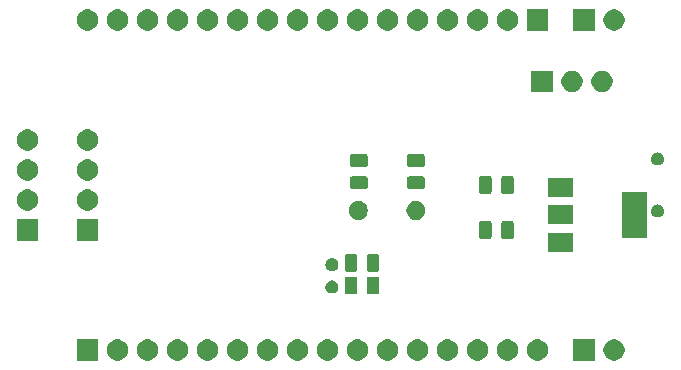
<source format=gbr>
G04 #@! TF.GenerationSoftware,KiCad,Pcbnew,5.1.5-52549c5~86~ubuntu18.04.1*
G04 #@! TF.CreationDate,2020-05-10T10:22:58+08:00*
G04 #@! TF.ProjectId,xzkb,787a6b62-2e6b-4696-9361-645f70636258,rev?*
G04 #@! TF.SameCoordinates,Original*
G04 #@! TF.FileFunction,Soldermask,Bot*
G04 #@! TF.FilePolarity,Negative*
%FSLAX46Y46*%
G04 Gerber Fmt 4.6, Leading zero omitted, Abs format (unit mm)*
G04 Created by KiCad (PCBNEW 5.1.5-52549c5~86~ubuntu18.04.1) date 2020-05-10 10:22:58*
%MOMM*%
%LPD*%
G04 APERTURE LIST*
%ADD10C,0.100000*%
G04 APERTURE END LIST*
D10*
G36*
X90410512Y-143883927D02*
G01*
X90559812Y-143913624D01*
X90723784Y-143981544D01*
X90871354Y-144080147D01*
X90996853Y-144205646D01*
X91095456Y-144353216D01*
X91163376Y-144517188D01*
X91198000Y-144691259D01*
X91198000Y-144868741D01*
X91163376Y-145042812D01*
X91095456Y-145206784D01*
X90996853Y-145354354D01*
X90871354Y-145479853D01*
X90723784Y-145578456D01*
X90559812Y-145646376D01*
X90410512Y-145676073D01*
X90385742Y-145681000D01*
X90208258Y-145681000D01*
X90183488Y-145676073D01*
X90034188Y-145646376D01*
X89870216Y-145578456D01*
X89722646Y-145479853D01*
X89597147Y-145354354D01*
X89498544Y-145206784D01*
X89430624Y-145042812D01*
X89396000Y-144868741D01*
X89396000Y-144691259D01*
X89430624Y-144517188D01*
X89498544Y-144353216D01*
X89597147Y-144205646D01*
X89722646Y-144080147D01*
X89870216Y-143981544D01*
X90034188Y-143913624D01*
X90183488Y-143883927D01*
X90208258Y-143879000D01*
X90385742Y-143879000D01*
X90410512Y-143883927D01*
G37*
G36*
X68693512Y-143883927D02*
G01*
X68842812Y-143913624D01*
X69006784Y-143981544D01*
X69154354Y-144080147D01*
X69279853Y-144205646D01*
X69378456Y-144353216D01*
X69446376Y-144517188D01*
X69481000Y-144691259D01*
X69481000Y-144868741D01*
X69446376Y-145042812D01*
X69378456Y-145206784D01*
X69279853Y-145354354D01*
X69154354Y-145479853D01*
X69006784Y-145578456D01*
X68842812Y-145646376D01*
X68693512Y-145676073D01*
X68668742Y-145681000D01*
X68491258Y-145681000D01*
X68466488Y-145676073D01*
X68317188Y-145646376D01*
X68153216Y-145578456D01*
X68005646Y-145479853D01*
X67880147Y-145354354D01*
X67781544Y-145206784D01*
X67713624Y-145042812D01*
X67679000Y-144868741D01*
X67679000Y-144691259D01*
X67713624Y-144517188D01*
X67781544Y-144353216D01*
X67880147Y-144205646D01*
X68005646Y-144080147D01*
X68153216Y-143981544D01*
X68317188Y-143913624D01*
X68466488Y-143883927D01*
X68491258Y-143879000D01*
X68668742Y-143879000D01*
X68693512Y-143883927D01*
G37*
G36*
X83933512Y-143883927D02*
G01*
X84082812Y-143913624D01*
X84246784Y-143981544D01*
X84394354Y-144080147D01*
X84519853Y-144205646D01*
X84618456Y-144353216D01*
X84686376Y-144517188D01*
X84721000Y-144691259D01*
X84721000Y-144868741D01*
X84686376Y-145042812D01*
X84618456Y-145206784D01*
X84519853Y-145354354D01*
X84394354Y-145479853D01*
X84246784Y-145578456D01*
X84082812Y-145646376D01*
X83933512Y-145676073D01*
X83908742Y-145681000D01*
X83731258Y-145681000D01*
X83706488Y-145676073D01*
X83557188Y-145646376D01*
X83393216Y-145578456D01*
X83245646Y-145479853D01*
X83120147Y-145354354D01*
X83021544Y-145206784D01*
X82953624Y-145042812D01*
X82919000Y-144868741D01*
X82919000Y-144691259D01*
X82953624Y-144517188D01*
X83021544Y-144353216D01*
X83120147Y-144205646D01*
X83245646Y-144080147D01*
X83393216Y-143981544D01*
X83557188Y-143913624D01*
X83706488Y-143883927D01*
X83731258Y-143879000D01*
X83908742Y-143879000D01*
X83933512Y-143883927D01*
G37*
G36*
X81393512Y-143883927D02*
G01*
X81542812Y-143913624D01*
X81706784Y-143981544D01*
X81854354Y-144080147D01*
X81979853Y-144205646D01*
X82078456Y-144353216D01*
X82146376Y-144517188D01*
X82181000Y-144691259D01*
X82181000Y-144868741D01*
X82146376Y-145042812D01*
X82078456Y-145206784D01*
X81979853Y-145354354D01*
X81854354Y-145479853D01*
X81706784Y-145578456D01*
X81542812Y-145646376D01*
X81393512Y-145676073D01*
X81368742Y-145681000D01*
X81191258Y-145681000D01*
X81166488Y-145676073D01*
X81017188Y-145646376D01*
X80853216Y-145578456D01*
X80705646Y-145479853D01*
X80580147Y-145354354D01*
X80481544Y-145206784D01*
X80413624Y-145042812D01*
X80379000Y-144868741D01*
X80379000Y-144691259D01*
X80413624Y-144517188D01*
X80481544Y-144353216D01*
X80580147Y-144205646D01*
X80705646Y-144080147D01*
X80853216Y-143981544D01*
X81017188Y-143913624D01*
X81166488Y-143883927D01*
X81191258Y-143879000D01*
X81368742Y-143879000D01*
X81393512Y-143883927D01*
G37*
G36*
X78853512Y-143883927D02*
G01*
X79002812Y-143913624D01*
X79166784Y-143981544D01*
X79314354Y-144080147D01*
X79439853Y-144205646D01*
X79538456Y-144353216D01*
X79606376Y-144517188D01*
X79641000Y-144691259D01*
X79641000Y-144868741D01*
X79606376Y-145042812D01*
X79538456Y-145206784D01*
X79439853Y-145354354D01*
X79314354Y-145479853D01*
X79166784Y-145578456D01*
X79002812Y-145646376D01*
X78853512Y-145676073D01*
X78828742Y-145681000D01*
X78651258Y-145681000D01*
X78626488Y-145676073D01*
X78477188Y-145646376D01*
X78313216Y-145578456D01*
X78165646Y-145479853D01*
X78040147Y-145354354D01*
X77941544Y-145206784D01*
X77873624Y-145042812D01*
X77839000Y-144868741D01*
X77839000Y-144691259D01*
X77873624Y-144517188D01*
X77941544Y-144353216D01*
X78040147Y-144205646D01*
X78165646Y-144080147D01*
X78313216Y-143981544D01*
X78477188Y-143913624D01*
X78626488Y-143883927D01*
X78651258Y-143879000D01*
X78828742Y-143879000D01*
X78853512Y-143883927D01*
G37*
G36*
X76313512Y-143883927D02*
G01*
X76462812Y-143913624D01*
X76626784Y-143981544D01*
X76774354Y-144080147D01*
X76899853Y-144205646D01*
X76998456Y-144353216D01*
X77066376Y-144517188D01*
X77101000Y-144691259D01*
X77101000Y-144868741D01*
X77066376Y-145042812D01*
X76998456Y-145206784D01*
X76899853Y-145354354D01*
X76774354Y-145479853D01*
X76626784Y-145578456D01*
X76462812Y-145646376D01*
X76313512Y-145676073D01*
X76288742Y-145681000D01*
X76111258Y-145681000D01*
X76086488Y-145676073D01*
X75937188Y-145646376D01*
X75773216Y-145578456D01*
X75625646Y-145479853D01*
X75500147Y-145354354D01*
X75401544Y-145206784D01*
X75333624Y-145042812D01*
X75299000Y-144868741D01*
X75299000Y-144691259D01*
X75333624Y-144517188D01*
X75401544Y-144353216D01*
X75500147Y-144205646D01*
X75625646Y-144080147D01*
X75773216Y-143981544D01*
X75937188Y-143913624D01*
X76086488Y-143883927D01*
X76111258Y-143879000D01*
X76288742Y-143879000D01*
X76313512Y-143883927D01*
G37*
G36*
X73773512Y-143883927D02*
G01*
X73922812Y-143913624D01*
X74086784Y-143981544D01*
X74234354Y-144080147D01*
X74359853Y-144205646D01*
X74458456Y-144353216D01*
X74526376Y-144517188D01*
X74561000Y-144691259D01*
X74561000Y-144868741D01*
X74526376Y-145042812D01*
X74458456Y-145206784D01*
X74359853Y-145354354D01*
X74234354Y-145479853D01*
X74086784Y-145578456D01*
X73922812Y-145646376D01*
X73773512Y-145676073D01*
X73748742Y-145681000D01*
X73571258Y-145681000D01*
X73546488Y-145676073D01*
X73397188Y-145646376D01*
X73233216Y-145578456D01*
X73085646Y-145479853D01*
X72960147Y-145354354D01*
X72861544Y-145206784D01*
X72793624Y-145042812D01*
X72759000Y-144868741D01*
X72759000Y-144691259D01*
X72793624Y-144517188D01*
X72861544Y-144353216D01*
X72960147Y-144205646D01*
X73085646Y-144080147D01*
X73233216Y-143981544D01*
X73397188Y-143913624D01*
X73546488Y-143883927D01*
X73571258Y-143879000D01*
X73748742Y-143879000D01*
X73773512Y-143883927D01*
G37*
G36*
X71233512Y-143883927D02*
G01*
X71382812Y-143913624D01*
X71546784Y-143981544D01*
X71694354Y-144080147D01*
X71819853Y-144205646D01*
X71918456Y-144353216D01*
X71986376Y-144517188D01*
X72021000Y-144691259D01*
X72021000Y-144868741D01*
X71986376Y-145042812D01*
X71918456Y-145206784D01*
X71819853Y-145354354D01*
X71694354Y-145479853D01*
X71546784Y-145578456D01*
X71382812Y-145646376D01*
X71233512Y-145676073D01*
X71208742Y-145681000D01*
X71031258Y-145681000D01*
X71006488Y-145676073D01*
X70857188Y-145646376D01*
X70693216Y-145578456D01*
X70545646Y-145479853D01*
X70420147Y-145354354D01*
X70321544Y-145206784D01*
X70253624Y-145042812D01*
X70219000Y-144868741D01*
X70219000Y-144691259D01*
X70253624Y-144517188D01*
X70321544Y-144353216D01*
X70420147Y-144205646D01*
X70545646Y-144080147D01*
X70693216Y-143981544D01*
X70857188Y-143913624D01*
X71006488Y-143883927D01*
X71031258Y-143879000D01*
X71208742Y-143879000D01*
X71233512Y-143883927D01*
G37*
G36*
X88658000Y-145681000D02*
G01*
X86856000Y-145681000D01*
X86856000Y-143879000D01*
X88658000Y-143879000D01*
X88658000Y-145681000D01*
G37*
G36*
X63613512Y-143883927D02*
G01*
X63762812Y-143913624D01*
X63926784Y-143981544D01*
X64074354Y-144080147D01*
X64199853Y-144205646D01*
X64298456Y-144353216D01*
X64366376Y-144517188D01*
X64401000Y-144691259D01*
X64401000Y-144868741D01*
X64366376Y-145042812D01*
X64298456Y-145206784D01*
X64199853Y-145354354D01*
X64074354Y-145479853D01*
X63926784Y-145578456D01*
X63762812Y-145646376D01*
X63613512Y-145676073D01*
X63588742Y-145681000D01*
X63411258Y-145681000D01*
X63386488Y-145676073D01*
X63237188Y-145646376D01*
X63073216Y-145578456D01*
X62925646Y-145479853D01*
X62800147Y-145354354D01*
X62701544Y-145206784D01*
X62633624Y-145042812D01*
X62599000Y-144868741D01*
X62599000Y-144691259D01*
X62633624Y-144517188D01*
X62701544Y-144353216D01*
X62800147Y-144205646D01*
X62925646Y-144080147D01*
X63073216Y-143981544D01*
X63237188Y-143913624D01*
X63386488Y-143883927D01*
X63411258Y-143879000D01*
X63588742Y-143879000D01*
X63613512Y-143883927D01*
G37*
G36*
X46621000Y-145681000D02*
G01*
X44819000Y-145681000D01*
X44819000Y-143879000D01*
X46621000Y-143879000D01*
X46621000Y-145681000D01*
G37*
G36*
X48373512Y-143883927D02*
G01*
X48522812Y-143913624D01*
X48686784Y-143981544D01*
X48834354Y-144080147D01*
X48959853Y-144205646D01*
X49058456Y-144353216D01*
X49126376Y-144517188D01*
X49161000Y-144691259D01*
X49161000Y-144868741D01*
X49126376Y-145042812D01*
X49058456Y-145206784D01*
X48959853Y-145354354D01*
X48834354Y-145479853D01*
X48686784Y-145578456D01*
X48522812Y-145646376D01*
X48373512Y-145676073D01*
X48348742Y-145681000D01*
X48171258Y-145681000D01*
X48146488Y-145676073D01*
X47997188Y-145646376D01*
X47833216Y-145578456D01*
X47685646Y-145479853D01*
X47560147Y-145354354D01*
X47461544Y-145206784D01*
X47393624Y-145042812D01*
X47359000Y-144868741D01*
X47359000Y-144691259D01*
X47393624Y-144517188D01*
X47461544Y-144353216D01*
X47560147Y-144205646D01*
X47685646Y-144080147D01*
X47833216Y-143981544D01*
X47997188Y-143913624D01*
X48146488Y-143883927D01*
X48171258Y-143879000D01*
X48348742Y-143879000D01*
X48373512Y-143883927D01*
G37*
G36*
X50913512Y-143883927D02*
G01*
X51062812Y-143913624D01*
X51226784Y-143981544D01*
X51374354Y-144080147D01*
X51499853Y-144205646D01*
X51598456Y-144353216D01*
X51666376Y-144517188D01*
X51701000Y-144691259D01*
X51701000Y-144868741D01*
X51666376Y-145042812D01*
X51598456Y-145206784D01*
X51499853Y-145354354D01*
X51374354Y-145479853D01*
X51226784Y-145578456D01*
X51062812Y-145646376D01*
X50913512Y-145676073D01*
X50888742Y-145681000D01*
X50711258Y-145681000D01*
X50686488Y-145676073D01*
X50537188Y-145646376D01*
X50373216Y-145578456D01*
X50225646Y-145479853D01*
X50100147Y-145354354D01*
X50001544Y-145206784D01*
X49933624Y-145042812D01*
X49899000Y-144868741D01*
X49899000Y-144691259D01*
X49933624Y-144517188D01*
X50001544Y-144353216D01*
X50100147Y-144205646D01*
X50225646Y-144080147D01*
X50373216Y-143981544D01*
X50537188Y-143913624D01*
X50686488Y-143883927D01*
X50711258Y-143879000D01*
X50888742Y-143879000D01*
X50913512Y-143883927D01*
G37*
G36*
X53453512Y-143883927D02*
G01*
X53602812Y-143913624D01*
X53766784Y-143981544D01*
X53914354Y-144080147D01*
X54039853Y-144205646D01*
X54138456Y-144353216D01*
X54206376Y-144517188D01*
X54241000Y-144691259D01*
X54241000Y-144868741D01*
X54206376Y-145042812D01*
X54138456Y-145206784D01*
X54039853Y-145354354D01*
X53914354Y-145479853D01*
X53766784Y-145578456D01*
X53602812Y-145646376D01*
X53453512Y-145676073D01*
X53428742Y-145681000D01*
X53251258Y-145681000D01*
X53226488Y-145676073D01*
X53077188Y-145646376D01*
X52913216Y-145578456D01*
X52765646Y-145479853D01*
X52640147Y-145354354D01*
X52541544Y-145206784D01*
X52473624Y-145042812D01*
X52439000Y-144868741D01*
X52439000Y-144691259D01*
X52473624Y-144517188D01*
X52541544Y-144353216D01*
X52640147Y-144205646D01*
X52765646Y-144080147D01*
X52913216Y-143981544D01*
X53077188Y-143913624D01*
X53226488Y-143883927D01*
X53251258Y-143879000D01*
X53428742Y-143879000D01*
X53453512Y-143883927D01*
G37*
G36*
X58533512Y-143883927D02*
G01*
X58682812Y-143913624D01*
X58846784Y-143981544D01*
X58994354Y-144080147D01*
X59119853Y-144205646D01*
X59218456Y-144353216D01*
X59286376Y-144517188D01*
X59321000Y-144691259D01*
X59321000Y-144868741D01*
X59286376Y-145042812D01*
X59218456Y-145206784D01*
X59119853Y-145354354D01*
X58994354Y-145479853D01*
X58846784Y-145578456D01*
X58682812Y-145646376D01*
X58533512Y-145676073D01*
X58508742Y-145681000D01*
X58331258Y-145681000D01*
X58306488Y-145676073D01*
X58157188Y-145646376D01*
X57993216Y-145578456D01*
X57845646Y-145479853D01*
X57720147Y-145354354D01*
X57621544Y-145206784D01*
X57553624Y-145042812D01*
X57519000Y-144868741D01*
X57519000Y-144691259D01*
X57553624Y-144517188D01*
X57621544Y-144353216D01*
X57720147Y-144205646D01*
X57845646Y-144080147D01*
X57993216Y-143981544D01*
X58157188Y-143913624D01*
X58306488Y-143883927D01*
X58331258Y-143879000D01*
X58508742Y-143879000D01*
X58533512Y-143883927D01*
G37*
G36*
X66153512Y-143883927D02*
G01*
X66302812Y-143913624D01*
X66466784Y-143981544D01*
X66614354Y-144080147D01*
X66739853Y-144205646D01*
X66838456Y-144353216D01*
X66906376Y-144517188D01*
X66941000Y-144691259D01*
X66941000Y-144868741D01*
X66906376Y-145042812D01*
X66838456Y-145206784D01*
X66739853Y-145354354D01*
X66614354Y-145479853D01*
X66466784Y-145578456D01*
X66302812Y-145646376D01*
X66153512Y-145676073D01*
X66128742Y-145681000D01*
X65951258Y-145681000D01*
X65926488Y-145676073D01*
X65777188Y-145646376D01*
X65613216Y-145578456D01*
X65465646Y-145479853D01*
X65340147Y-145354354D01*
X65241544Y-145206784D01*
X65173624Y-145042812D01*
X65139000Y-144868741D01*
X65139000Y-144691259D01*
X65173624Y-144517188D01*
X65241544Y-144353216D01*
X65340147Y-144205646D01*
X65465646Y-144080147D01*
X65613216Y-143981544D01*
X65777188Y-143913624D01*
X65926488Y-143883927D01*
X65951258Y-143879000D01*
X66128742Y-143879000D01*
X66153512Y-143883927D01*
G37*
G36*
X55993512Y-143883927D02*
G01*
X56142812Y-143913624D01*
X56306784Y-143981544D01*
X56454354Y-144080147D01*
X56579853Y-144205646D01*
X56678456Y-144353216D01*
X56746376Y-144517188D01*
X56781000Y-144691259D01*
X56781000Y-144868741D01*
X56746376Y-145042812D01*
X56678456Y-145206784D01*
X56579853Y-145354354D01*
X56454354Y-145479853D01*
X56306784Y-145578456D01*
X56142812Y-145646376D01*
X55993512Y-145676073D01*
X55968742Y-145681000D01*
X55791258Y-145681000D01*
X55766488Y-145676073D01*
X55617188Y-145646376D01*
X55453216Y-145578456D01*
X55305646Y-145479853D01*
X55180147Y-145354354D01*
X55081544Y-145206784D01*
X55013624Y-145042812D01*
X54979000Y-144868741D01*
X54979000Y-144691259D01*
X55013624Y-144517188D01*
X55081544Y-144353216D01*
X55180147Y-144205646D01*
X55305646Y-144080147D01*
X55453216Y-143981544D01*
X55617188Y-143913624D01*
X55766488Y-143883927D01*
X55791258Y-143879000D01*
X55968742Y-143879000D01*
X55993512Y-143883927D01*
G37*
G36*
X61073512Y-143883927D02*
G01*
X61222812Y-143913624D01*
X61386784Y-143981544D01*
X61534354Y-144080147D01*
X61659853Y-144205646D01*
X61758456Y-144353216D01*
X61826376Y-144517188D01*
X61861000Y-144691259D01*
X61861000Y-144868741D01*
X61826376Y-145042812D01*
X61758456Y-145206784D01*
X61659853Y-145354354D01*
X61534354Y-145479853D01*
X61386784Y-145578456D01*
X61222812Y-145646376D01*
X61073512Y-145676073D01*
X61048742Y-145681000D01*
X60871258Y-145681000D01*
X60846488Y-145676073D01*
X60697188Y-145646376D01*
X60533216Y-145578456D01*
X60385646Y-145479853D01*
X60260147Y-145354354D01*
X60161544Y-145206784D01*
X60093624Y-145042812D01*
X60059000Y-144868741D01*
X60059000Y-144691259D01*
X60093624Y-144517188D01*
X60161544Y-144353216D01*
X60260147Y-144205646D01*
X60385646Y-144080147D01*
X60533216Y-143981544D01*
X60697188Y-143913624D01*
X60846488Y-143883927D01*
X60871258Y-143879000D01*
X61048742Y-143879000D01*
X61073512Y-143883927D01*
G37*
G36*
X70270468Y-138572565D02*
G01*
X70309138Y-138584296D01*
X70344777Y-138603346D01*
X70376017Y-138628983D01*
X70401654Y-138660223D01*
X70420704Y-138695862D01*
X70432435Y-138734532D01*
X70437000Y-138780888D01*
X70437000Y-139857112D01*
X70432435Y-139903468D01*
X70420704Y-139942138D01*
X70401654Y-139977777D01*
X70376017Y-140009017D01*
X70344777Y-140034654D01*
X70309138Y-140053704D01*
X70270468Y-140065435D01*
X70224112Y-140070000D01*
X69572888Y-140070000D01*
X69526532Y-140065435D01*
X69487862Y-140053704D01*
X69452223Y-140034654D01*
X69420983Y-140009017D01*
X69395346Y-139977777D01*
X69376296Y-139942138D01*
X69364565Y-139903468D01*
X69360000Y-139857112D01*
X69360000Y-138780888D01*
X69364565Y-138734532D01*
X69376296Y-138695862D01*
X69395346Y-138660223D01*
X69420983Y-138628983D01*
X69452223Y-138603346D01*
X69487862Y-138584296D01*
X69526532Y-138572565D01*
X69572888Y-138568000D01*
X70224112Y-138568000D01*
X70270468Y-138572565D01*
G37*
G36*
X68395468Y-138572565D02*
G01*
X68434138Y-138584296D01*
X68469777Y-138603346D01*
X68501017Y-138628983D01*
X68526654Y-138660223D01*
X68545704Y-138695862D01*
X68557435Y-138734532D01*
X68562000Y-138780888D01*
X68562000Y-139857112D01*
X68557435Y-139903468D01*
X68545704Y-139942138D01*
X68526654Y-139977777D01*
X68501017Y-140009017D01*
X68469777Y-140034654D01*
X68434138Y-140053704D01*
X68395468Y-140065435D01*
X68349112Y-140070000D01*
X67697888Y-140070000D01*
X67651532Y-140065435D01*
X67612862Y-140053704D01*
X67577223Y-140034654D01*
X67545983Y-140009017D01*
X67520346Y-139977777D01*
X67501296Y-139942138D01*
X67489565Y-139903468D01*
X67485000Y-139857112D01*
X67485000Y-138780888D01*
X67489565Y-138734532D01*
X67501296Y-138695862D01*
X67520346Y-138660223D01*
X67545983Y-138628983D01*
X67577223Y-138603346D01*
X67612862Y-138584296D01*
X67651532Y-138572565D01*
X67697888Y-138568000D01*
X68349112Y-138568000D01*
X68395468Y-138572565D01*
G37*
G36*
X66581721Y-138916174D02*
G01*
X66681995Y-138957709D01*
X66681996Y-138957710D01*
X66772242Y-139018010D01*
X66848990Y-139094758D01*
X66848991Y-139094760D01*
X66909291Y-139185005D01*
X66950826Y-139285279D01*
X66972000Y-139391730D01*
X66972000Y-139500270D01*
X66950826Y-139606721D01*
X66909291Y-139706995D01*
X66909290Y-139706996D01*
X66848990Y-139797242D01*
X66772242Y-139873990D01*
X66728125Y-139903468D01*
X66681995Y-139934291D01*
X66581721Y-139975826D01*
X66475270Y-139997000D01*
X66366730Y-139997000D01*
X66260279Y-139975826D01*
X66160005Y-139934291D01*
X66113875Y-139903468D01*
X66069758Y-139873990D01*
X65993010Y-139797242D01*
X65932710Y-139706996D01*
X65932709Y-139706995D01*
X65891174Y-139606721D01*
X65870000Y-139500270D01*
X65870000Y-139391730D01*
X65891174Y-139285279D01*
X65932709Y-139185005D01*
X65993009Y-139094760D01*
X65993010Y-139094758D01*
X66069758Y-139018010D01*
X66160004Y-138957710D01*
X66160005Y-138957709D01*
X66260279Y-138916174D01*
X66366730Y-138895000D01*
X66475270Y-138895000D01*
X66581721Y-138916174D01*
G37*
G36*
X70270468Y-136667565D02*
G01*
X70309138Y-136679296D01*
X70344777Y-136698346D01*
X70376017Y-136723983D01*
X70401654Y-136755223D01*
X70420704Y-136790862D01*
X70432435Y-136829532D01*
X70437000Y-136875888D01*
X70437000Y-137952112D01*
X70432435Y-137998468D01*
X70420704Y-138037138D01*
X70401654Y-138072777D01*
X70376017Y-138104017D01*
X70344777Y-138129654D01*
X70309138Y-138148704D01*
X70270468Y-138160435D01*
X70224112Y-138165000D01*
X69572888Y-138165000D01*
X69526532Y-138160435D01*
X69487862Y-138148704D01*
X69452223Y-138129654D01*
X69420983Y-138104017D01*
X69395346Y-138072777D01*
X69376296Y-138037138D01*
X69364565Y-137998468D01*
X69360000Y-137952112D01*
X69360000Y-136875888D01*
X69364565Y-136829532D01*
X69376296Y-136790862D01*
X69395346Y-136755223D01*
X69420983Y-136723983D01*
X69452223Y-136698346D01*
X69487862Y-136679296D01*
X69526532Y-136667565D01*
X69572888Y-136663000D01*
X70224112Y-136663000D01*
X70270468Y-136667565D01*
G37*
G36*
X68395468Y-136667565D02*
G01*
X68434138Y-136679296D01*
X68469777Y-136698346D01*
X68501017Y-136723983D01*
X68526654Y-136755223D01*
X68545704Y-136790862D01*
X68557435Y-136829532D01*
X68562000Y-136875888D01*
X68562000Y-137952112D01*
X68557435Y-137998468D01*
X68545704Y-138037138D01*
X68526654Y-138072777D01*
X68501017Y-138104017D01*
X68469777Y-138129654D01*
X68434138Y-138148704D01*
X68395468Y-138160435D01*
X68349112Y-138165000D01*
X67697888Y-138165000D01*
X67651532Y-138160435D01*
X67612862Y-138148704D01*
X67577223Y-138129654D01*
X67545983Y-138104017D01*
X67520346Y-138072777D01*
X67501296Y-138037138D01*
X67489565Y-137998468D01*
X67485000Y-137952112D01*
X67485000Y-136875888D01*
X67489565Y-136829532D01*
X67501296Y-136790862D01*
X67520346Y-136755223D01*
X67545983Y-136723983D01*
X67577223Y-136698346D01*
X67612862Y-136679296D01*
X67651532Y-136667565D01*
X67697888Y-136663000D01*
X68349112Y-136663000D01*
X68395468Y-136667565D01*
G37*
G36*
X66581721Y-137016174D02*
G01*
X66681995Y-137057709D01*
X66681996Y-137057710D01*
X66772242Y-137118010D01*
X66848990Y-137194758D01*
X66848991Y-137194760D01*
X66909291Y-137285005D01*
X66950826Y-137385279D01*
X66972000Y-137491730D01*
X66972000Y-137600270D01*
X66950826Y-137706721D01*
X66909291Y-137806995D01*
X66909290Y-137806996D01*
X66848990Y-137897242D01*
X66772242Y-137973990D01*
X66735608Y-137998468D01*
X66681995Y-138034291D01*
X66581721Y-138075826D01*
X66475270Y-138097000D01*
X66366730Y-138097000D01*
X66260279Y-138075826D01*
X66160005Y-138034291D01*
X66106392Y-137998468D01*
X66069758Y-137973990D01*
X65993010Y-137897242D01*
X65932710Y-137806996D01*
X65932709Y-137806995D01*
X65891174Y-137706721D01*
X65870000Y-137600270D01*
X65870000Y-137491730D01*
X65891174Y-137385279D01*
X65932709Y-137285005D01*
X65993009Y-137194760D01*
X65993010Y-137194758D01*
X66069758Y-137118010D01*
X66160004Y-137057710D01*
X66160005Y-137057709D01*
X66260279Y-137016174D01*
X66366730Y-136995000D01*
X66475270Y-136995000D01*
X66581721Y-137016174D01*
G37*
G36*
X86801000Y-136451000D02*
G01*
X84699000Y-136451000D01*
X84699000Y-134849000D01*
X86801000Y-134849000D01*
X86801000Y-136451000D01*
G37*
G36*
X46621000Y-135521000D02*
G01*
X44819000Y-135521000D01*
X44819000Y-133719000D01*
X46621000Y-133719000D01*
X46621000Y-135521000D01*
G37*
G36*
X41541000Y-135521000D02*
G01*
X39739000Y-135521000D01*
X39739000Y-133719000D01*
X41541000Y-133719000D01*
X41541000Y-135521000D01*
G37*
G36*
X81651968Y-133873565D02*
G01*
X81690638Y-133885296D01*
X81726277Y-133904346D01*
X81757517Y-133929983D01*
X81783154Y-133961223D01*
X81802204Y-133996862D01*
X81813935Y-134035532D01*
X81818500Y-134081888D01*
X81818500Y-135158112D01*
X81813935Y-135204468D01*
X81802204Y-135243138D01*
X81783154Y-135278777D01*
X81757517Y-135310017D01*
X81726277Y-135335654D01*
X81690638Y-135354704D01*
X81651968Y-135366435D01*
X81605612Y-135371000D01*
X80954388Y-135371000D01*
X80908032Y-135366435D01*
X80869362Y-135354704D01*
X80833723Y-135335654D01*
X80802483Y-135310017D01*
X80776846Y-135278777D01*
X80757796Y-135243138D01*
X80746065Y-135204468D01*
X80741500Y-135158112D01*
X80741500Y-134081888D01*
X80746065Y-134035532D01*
X80757796Y-133996862D01*
X80776846Y-133961223D01*
X80802483Y-133929983D01*
X80833723Y-133904346D01*
X80869362Y-133885296D01*
X80908032Y-133873565D01*
X80954388Y-133869000D01*
X81605612Y-133869000D01*
X81651968Y-133873565D01*
G37*
G36*
X79776968Y-133873565D02*
G01*
X79815638Y-133885296D01*
X79851277Y-133904346D01*
X79882517Y-133929983D01*
X79908154Y-133961223D01*
X79927204Y-133996862D01*
X79938935Y-134035532D01*
X79943500Y-134081888D01*
X79943500Y-135158112D01*
X79938935Y-135204468D01*
X79927204Y-135243138D01*
X79908154Y-135278777D01*
X79882517Y-135310017D01*
X79851277Y-135335654D01*
X79815638Y-135354704D01*
X79776968Y-135366435D01*
X79730612Y-135371000D01*
X79079388Y-135371000D01*
X79033032Y-135366435D01*
X78994362Y-135354704D01*
X78958723Y-135335654D01*
X78927483Y-135310017D01*
X78901846Y-135278777D01*
X78882796Y-135243138D01*
X78871065Y-135204468D01*
X78866500Y-135158112D01*
X78866500Y-134081888D01*
X78871065Y-134035532D01*
X78882796Y-133996862D01*
X78901846Y-133961223D01*
X78927483Y-133929983D01*
X78958723Y-133904346D01*
X78994362Y-133885296D01*
X79033032Y-133873565D01*
X79079388Y-133869000D01*
X79730612Y-133869000D01*
X79776968Y-133873565D01*
G37*
G36*
X93101000Y-135301000D02*
G01*
X90999000Y-135301000D01*
X90999000Y-131399000D01*
X93101000Y-131399000D01*
X93101000Y-135301000D01*
G37*
G36*
X86801000Y-134151000D02*
G01*
X84699000Y-134151000D01*
X84699000Y-132549000D01*
X86801000Y-132549000D01*
X86801000Y-134151000D01*
G37*
G36*
X68886642Y-132198781D02*
G01*
X69032414Y-132259162D01*
X69032416Y-132259163D01*
X69163608Y-132346822D01*
X69275178Y-132458392D01*
X69357776Y-132582010D01*
X69362838Y-132589586D01*
X69423219Y-132735358D01*
X69454000Y-132890107D01*
X69454000Y-133047893D01*
X69423219Y-133202642D01*
X69362838Y-133348414D01*
X69362837Y-133348416D01*
X69275178Y-133479608D01*
X69163608Y-133591178D01*
X69032416Y-133678837D01*
X69032415Y-133678838D01*
X69032414Y-133678838D01*
X68886642Y-133739219D01*
X68731893Y-133770000D01*
X68574107Y-133770000D01*
X68419358Y-133739219D01*
X68273586Y-133678838D01*
X68273585Y-133678838D01*
X68273584Y-133678837D01*
X68142392Y-133591178D01*
X68030822Y-133479608D01*
X67943163Y-133348416D01*
X67943162Y-133348414D01*
X67882781Y-133202642D01*
X67852000Y-133047893D01*
X67852000Y-132890107D01*
X67882781Y-132735358D01*
X67943162Y-132589586D01*
X67948224Y-132582010D01*
X68030822Y-132458392D01*
X68142392Y-132346822D01*
X68273584Y-132259163D01*
X68273586Y-132259162D01*
X68419358Y-132198781D01*
X68574107Y-132168000D01*
X68731893Y-132168000D01*
X68886642Y-132198781D01*
G37*
G36*
X73766642Y-132198781D02*
G01*
X73912414Y-132259162D01*
X73912416Y-132259163D01*
X74043608Y-132346822D01*
X74155178Y-132458392D01*
X74237776Y-132582010D01*
X74242838Y-132589586D01*
X74303219Y-132735358D01*
X74334000Y-132890107D01*
X74334000Y-133047893D01*
X74303219Y-133202642D01*
X74242838Y-133348414D01*
X74242837Y-133348416D01*
X74155178Y-133479608D01*
X74043608Y-133591178D01*
X73912416Y-133678837D01*
X73912415Y-133678838D01*
X73912414Y-133678838D01*
X73766642Y-133739219D01*
X73611893Y-133770000D01*
X73454107Y-133770000D01*
X73299358Y-133739219D01*
X73153586Y-133678838D01*
X73153585Y-133678838D01*
X73153584Y-133678837D01*
X73022392Y-133591178D01*
X72910822Y-133479608D01*
X72823163Y-133348416D01*
X72823162Y-133348414D01*
X72762781Y-133202642D01*
X72732000Y-133047893D01*
X72732000Y-132890107D01*
X72762781Y-132735358D01*
X72823162Y-132589586D01*
X72828224Y-132582010D01*
X72910822Y-132458392D01*
X73022392Y-132346822D01*
X73153584Y-132259163D01*
X73153586Y-132259162D01*
X73299358Y-132198781D01*
X73454107Y-132168000D01*
X73611893Y-132168000D01*
X73766642Y-132198781D01*
G37*
G36*
X94140721Y-132480174D02*
G01*
X94240995Y-132521709D01*
X94240996Y-132521710D01*
X94331242Y-132582010D01*
X94407990Y-132658758D01*
X94407991Y-132658760D01*
X94468291Y-132749005D01*
X94509826Y-132849279D01*
X94531000Y-132955730D01*
X94531000Y-133064270D01*
X94509826Y-133170721D01*
X94468291Y-133270995D01*
X94468290Y-133270996D01*
X94407990Y-133361242D01*
X94331242Y-133437990D01*
X94285812Y-133468345D01*
X94240995Y-133498291D01*
X94140721Y-133539826D01*
X94034270Y-133561000D01*
X93925730Y-133561000D01*
X93819279Y-133539826D01*
X93719005Y-133498291D01*
X93674188Y-133468345D01*
X93628758Y-133437990D01*
X93552010Y-133361242D01*
X93491710Y-133270996D01*
X93491709Y-133270995D01*
X93450174Y-133170721D01*
X93429000Y-133064270D01*
X93429000Y-132955730D01*
X93450174Y-132849279D01*
X93491709Y-132749005D01*
X93552009Y-132658760D01*
X93552010Y-132658758D01*
X93628758Y-132582010D01*
X93719004Y-132521710D01*
X93719005Y-132521709D01*
X93819279Y-132480174D01*
X93925730Y-132459000D01*
X94034270Y-132459000D01*
X94140721Y-132480174D01*
G37*
G36*
X45833512Y-131183927D02*
G01*
X45982812Y-131213624D01*
X46146784Y-131281544D01*
X46294354Y-131380147D01*
X46419853Y-131505646D01*
X46518456Y-131653216D01*
X46586376Y-131817188D01*
X46621000Y-131991259D01*
X46621000Y-132168741D01*
X46586376Y-132342812D01*
X46518456Y-132506784D01*
X46419853Y-132654354D01*
X46294354Y-132779853D01*
X46146784Y-132878456D01*
X45982812Y-132946376D01*
X45833512Y-132976073D01*
X45808742Y-132981000D01*
X45631258Y-132981000D01*
X45606488Y-132976073D01*
X45457188Y-132946376D01*
X45293216Y-132878456D01*
X45145646Y-132779853D01*
X45020147Y-132654354D01*
X44921544Y-132506784D01*
X44853624Y-132342812D01*
X44819000Y-132168741D01*
X44819000Y-131991259D01*
X44853624Y-131817188D01*
X44921544Y-131653216D01*
X45020147Y-131505646D01*
X45145646Y-131380147D01*
X45293216Y-131281544D01*
X45457188Y-131213624D01*
X45606488Y-131183927D01*
X45631258Y-131179000D01*
X45808742Y-131179000D01*
X45833512Y-131183927D01*
G37*
G36*
X40753512Y-131183927D02*
G01*
X40902812Y-131213624D01*
X41066784Y-131281544D01*
X41214354Y-131380147D01*
X41339853Y-131505646D01*
X41438456Y-131653216D01*
X41506376Y-131817188D01*
X41541000Y-131991259D01*
X41541000Y-132168741D01*
X41506376Y-132342812D01*
X41438456Y-132506784D01*
X41339853Y-132654354D01*
X41214354Y-132779853D01*
X41066784Y-132878456D01*
X40902812Y-132946376D01*
X40753512Y-132976073D01*
X40728742Y-132981000D01*
X40551258Y-132981000D01*
X40526488Y-132976073D01*
X40377188Y-132946376D01*
X40213216Y-132878456D01*
X40065646Y-132779853D01*
X39940147Y-132654354D01*
X39841544Y-132506784D01*
X39773624Y-132342812D01*
X39739000Y-132168741D01*
X39739000Y-131991259D01*
X39773624Y-131817188D01*
X39841544Y-131653216D01*
X39940147Y-131505646D01*
X40065646Y-131380147D01*
X40213216Y-131281544D01*
X40377188Y-131213624D01*
X40526488Y-131183927D01*
X40551258Y-131179000D01*
X40728742Y-131179000D01*
X40753512Y-131183927D01*
G37*
G36*
X86801000Y-131851000D02*
G01*
X84699000Y-131851000D01*
X84699000Y-130249000D01*
X86801000Y-130249000D01*
X86801000Y-131851000D01*
G37*
G36*
X81651968Y-130063565D02*
G01*
X81690638Y-130075296D01*
X81726277Y-130094346D01*
X81757517Y-130119983D01*
X81783154Y-130151223D01*
X81802204Y-130186862D01*
X81813935Y-130225532D01*
X81818500Y-130271888D01*
X81818500Y-131348112D01*
X81813935Y-131394468D01*
X81802204Y-131433138D01*
X81783154Y-131468777D01*
X81757517Y-131500017D01*
X81726277Y-131525654D01*
X81690638Y-131544704D01*
X81651968Y-131556435D01*
X81605612Y-131561000D01*
X80954388Y-131561000D01*
X80908032Y-131556435D01*
X80869362Y-131544704D01*
X80833723Y-131525654D01*
X80802483Y-131500017D01*
X80776846Y-131468777D01*
X80757796Y-131433138D01*
X80746065Y-131394468D01*
X80741500Y-131348112D01*
X80741500Y-130271888D01*
X80746065Y-130225532D01*
X80757796Y-130186862D01*
X80776846Y-130151223D01*
X80802483Y-130119983D01*
X80833723Y-130094346D01*
X80869362Y-130075296D01*
X80908032Y-130063565D01*
X80954388Y-130059000D01*
X81605612Y-130059000D01*
X81651968Y-130063565D01*
G37*
G36*
X79776968Y-130063565D02*
G01*
X79815638Y-130075296D01*
X79851277Y-130094346D01*
X79882517Y-130119983D01*
X79908154Y-130151223D01*
X79927204Y-130186862D01*
X79938935Y-130225532D01*
X79943500Y-130271888D01*
X79943500Y-131348112D01*
X79938935Y-131394468D01*
X79927204Y-131433138D01*
X79908154Y-131468777D01*
X79882517Y-131500017D01*
X79851277Y-131525654D01*
X79815638Y-131544704D01*
X79776968Y-131556435D01*
X79730612Y-131561000D01*
X79079388Y-131561000D01*
X79033032Y-131556435D01*
X78994362Y-131544704D01*
X78958723Y-131525654D01*
X78927483Y-131500017D01*
X78901846Y-131468777D01*
X78882796Y-131433138D01*
X78871065Y-131394468D01*
X78866500Y-131348112D01*
X78866500Y-130271888D01*
X78871065Y-130225532D01*
X78882796Y-130186862D01*
X78901846Y-130151223D01*
X78927483Y-130119983D01*
X78958723Y-130094346D01*
X78994362Y-130075296D01*
X79033032Y-130063565D01*
X79079388Y-130059000D01*
X79730612Y-130059000D01*
X79776968Y-130063565D01*
G37*
G36*
X74117468Y-130070565D02*
G01*
X74156138Y-130082296D01*
X74191777Y-130101346D01*
X74223017Y-130126983D01*
X74248654Y-130158223D01*
X74267704Y-130193862D01*
X74279435Y-130232532D01*
X74284000Y-130278888D01*
X74284000Y-130930112D01*
X74279435Y-130976468D01*
X74267704Y-131015138D01*
X74248654Y-131050777D01*
X74223017Y-131082017D01*
X74191777Y-131107654D01*
X74156138Y-131126704D01*
X74117468Y-131138435D01*
X74071112Y-131143000D01*
X72994888Y-131143000D01*
X72948532Y-131138435D01*
X72909862Y-131126704D01*
X72874223Y-131107654D01*
X72842983Y-131082017D01*
X72817346Y-131050777D01*
X72798296Y-131015138D01*
X72786565Y-130976468D01*
X72782000Y-130930112D01*
X72782000Y-130278888D01*
X72786565Y-130232532D01*
X72798296Y-130193862D01*
X72817346Y-130158223D01*
X72842983Y-130126983D01*
X72874223Y-130101346D01*
X72909862Y-130082296D01*
X72948532Y-130070565D01*
X72994888Y-130066000D01*
X74071112Y-130066000D01*
X74117468Y-130070565D01*
G37*
G36*
X69291468Y-130070565D02*
G01*
X69330138Y-130082296D01*
X69365777Y-130101346D01*
X69397017Y-130126983D01*
X69422654Y-130158223D01*
X69441704Y-130193862D01*
X69453435Y-130232532D01*
X69458000Y-130278888D01*
X69458000Y-130930112D01*
X69453435Y-130976468D01*
X69441704Y-131015138D01*
X69422654Y-131050777D01*
X69397017Y-131082017D01*
X69365777Y-131107654D01*
X69330138Y-131126704D01*
X69291468Y-131138435D01*
X69245112Y-131143000D01*
X68168888Y-131143000D01*
X68122532Y-131138435D01*
X68083862Y-131126704D01*
X68048223Y-131107654D01*
X68016983Y-131082017D01*
X67991346Y-131050777D01*
X67972296Y-131015138D01*
X67960565Y-130976468D01*
X67956000Y-130930112D01*
X67956000Y-130278888D01*
X67960565Y-130232532D01*
X67972296Y-130193862D01*
X67991346Y-130158223D01*
X68016983Y-130126983D01*
X68048223Y-130101346D01*
X68083862Y-130082296D01*
X68122532Y-130070565D01*
X68168888Y-130066000D01*
X69245112Y-130066000D01*
X69291468Y-130070565D01*
G37*
G36*
X45833512Y-128643927D02*
G01*
X45982812Y-128673624D01*
X46146784Y-128741544D01*
X46294354Y-128840147D01*
X46419853Y-128965646D01*
X46518456Y-129113216D01*
X46586376Y-129277188D01*
X46621000Y-129451259D01*
X46621000Y-129628741D01*
X46586376Y-129802812D01*
X46518456Y-129966784D01*
X46419853Y-130114354D01*
X46294354Y-130239853D01*
X46146784Y-130338456D01*
X45982812Y-130406376D01*
X45833512Y-130436073D01*
X45808742Y-130441000D01*
X45631258Y-130441000D01*
X45606488Y-130436073D01*
X45457188Y-130406376D01*
X45293216Y-130338456D01*
X45145646Y-130239853D01*
X45020147Y-130114354D01*
X44921544Y-129966784D01*
X44853624Y-129802812D01*
X44819000Y-129628741D01*
X44819000Y-129451259D01*
X44853624Y-129277188D01*
X44921544Y-129113216D01*
X45020147Y-128965646D01*
X45145646Y-128840147D01*
X45293216Y-128741544D01*
X45457188Y-128673624D01*
X45606488Y-128643927D01*
X45631258Y-128639000D01*
X45808742Y-128639000D01*
X45833512Y-128643927D01*
G37*
G36*
X40753512Y-128643927D02*
G01*
X40902812Y-128673624D01*
X41066784Y-128741544D01*
X41214354Y-128840147D01*
X41339853Y-128965646D01*
X41438456Y-129113216D01*
X41506376Y-129277188D01*
X41541000Y-129451259D01*
X41541000Y-129628741D01*
X41506376Y-129802812D01*
X41438456Y-129966784D01*
X41339853Y-130114354D01*
X41214354Y-130239853D01*
X41066784Y-130338456D01*
X40902812Y-130406376D01*
X40753512Y-130436073D01*
X40728742Y-130441000D01*
X40551258Y-130441000D01*
X40526488Y-130436073D01*
X40377188Y-130406376D01*
X40213216Y-130338456D01*
X40065646Y-130239853D01*
X39940147Y-130114354D01*
X39841544Y-129966784D01*
X39773624Y-129802812D01*
X39739000Y-129628741D01*
X39739000Y-129451259D01*
X39773624Y-129277188D01*
X39841544Y-129113216D01*
X39940147Y-128965646D01*
X40065646Y-128840147D01*
X40213216Y-128741544D01*
X40377188Y-128673624D01*
X40526488Y-128643927D01*
X40551258Y-128639000D01*
X40728742Y-128639000D01*
X40753512Y-128643927D01*
G37*
G36*
X74117468Y-128195565D02*
G01*
X74156138Y-128207296D01*
X74191777Y-128226346D01*
X74223017Y-128251983D01*
X74248654Y-128283223D01*
X74267704Y-128318862D01*
X74279435Y-128357532D01*
X74284000Y-128403888D01*
X74284000Y-129055112D01*
X74279435Y-129101468D01*
X74267704Y-129140138D01*
X74248654Y-129175777D01*
X74223017Y-129207017D01*
X74191777Y-129232654D01*
X74156138Y-129251704D01*
X74117468Y-129263435D01*
X74071112Y-129268000D01*
X72994888Y-129268000D01*
X72948532Y-129263435D01*
X72909862Y-129251704D01*
X72874223Y-129232654D01*
X72842983Y-129207017D01*
X72817346Y-129175777D01*
X72798296Y-129140138D01*
X72786565Y-129101468D01*
X72782000Y-129055112D01*
X72782000Y-128403888D01*
X72786565Y-128357532D01*
X72798296Y-128318862D01*
X72817346Y-128283223D01*
X72842983Y-128251983D01*
X72874223Y-128226346D01*
X72909862Y-128207296D01*
X72948532Y-128195565D01*
X72994888Y-128191000D01*
X74071112Y-128191000D01*
X74117468Y-128195565D01*
G37*
G36*
X69291468Y-128195565D02*
G01*
X69330138Y-128207296D01*
X69365777Y-128226346D01*
X69397017Y-128251983D01*
X69422654Y-128283223D01*
X69441704Y-128318862D01*
X69453435Y-128357532D01*
X69458000Y-128403888D01*
X69458000Y-129055112D01*
X69453435Y-129101468D01*
X69441704Y-129140138D01*
X69422654Y-129175777D01*
X69397017Y-129207017D01*
X69365777Y-129232654D01*
X69330138Y-129251704D01*
X69291468Y-129263435D01*
X69245112Y-129268000D01*
X68168888Y-129268000D01*
X68122532Y-129263435D01*
X68083862Y-129251704D01*
X68048223Y-129232654D01*
X68016983Y-129207017D01*
X67991346Y-129175777D01*
X67972296Y-129140138D01*
X67960565Y-129101468D01*
X67956000Y-129055112D01*
X67956000Y-128403888D01*
X67960565Y-128357532D01*
X67972296Y-128318862D01*
X67991346Y-128283223D01*
X68016983Y-128251983D01*
X68048223Y-128226346D01*
X68083862Y-128207296D01*
X68122532Y-128195565D01*
X68168888Y-128191000D01*
X69245112Y-128191000D01*
X69291468Y-128195565D01*
G37*
G36*
X94140721Y-128080174D02*
G01*
X94240995Y-128121709D01*
X94240996Y-128121710D01*
X94331242Y-128182010D01*
X94407990Y-128258758D01*
X94424337Y-128283223D01*
X94468291Y-128349005D01*
X94509826Y-128449279D01*
X94531000Y-128555730D01*
X94531000Y-128664270D01*
X94509826Y-128770721D01*
X94468291Y-128870995D01*
X94468290Y-128870996D01*
X94407990Y-128961242D01*
X94331242Y-129037990D01*
X94311355Y-129051278D01*
X94240995Y-129098291D01*
X94140721Y-129139826D01*
X94034270Y-129161000D01*
X93925730Y-129161000D01*
X93819279Y-129139826D01*
X93719005Y-129098291D01*
X93648645Y-129051278D01*
X93628758Y-129037990D01*
X93552010Y-128961242D01*
X93491710Y-128870996D01*
X93491709Y-128870995D01*
X93450174Y-128770721D01*
X93429000Y-128664270D01*
X93429000Y-128555730D01*
X93450174Y-128449279D01*
X93491709Y-128349005D01*
X93535663Y-128283223D01*
X93552010Y-128258758D01*
X93628758Y-128182010D01*
X93719004Y-128121710D01*
X93719005Y-128121709D01*
X93819279Y-128080174D01*
X93925730Y-128059000D01*
X94034270Y-128059000D01*
X94140721Y-128080174D01*
G37*
G36*
X40753512Y-126103927D02*
G01*
X40902812Y-126133624D01*
X41066784Y-126201544D01*
X41214354Y-126300147D01*
X41339853Y-126425646D01*
X41438456Y-126573216D01*
X41506376Y-126737188D01*
X41541000Y-126911259D01*
X41541000Y-127088741D01*
X41506376Y-127262812D01*
X41438456Y-127426784D01*
X41339853Y-127574354D01*
X41214354Y-127699853D01*
X41066784Y-127798456D01*
X40902812Y-127866376D01*
X40753512Y-127896073D01*
X40728742Y-127901000D01*
X40551258Y-127901000D01*
X40526488Y-127896073D01*
X40377188Y-127866376D01*
X40213216Y-127798456D01*
X40065646Y-127699853D01*
X39940147Y-127574354D01*
X39841544Y-127426784D01*
X39773624Y-127262812D01*
X39739000Y-127088741D01*
X39739000Y-126911259D01*
X39773624Y-126737188D01*
X39841544Y-126573216D01*
X39940147Y-126425646D01*
X40065646Y-126300147D01*
X40213216Y-126201544D01*
X40377188Y-126133624D01*
X40526488Y-126103927D01*
X40551258Y-126099000D01*
X40728742Y-126099000D01*
X40753512Y-126103927D01*
G37*
G36*
X45833512Y-126103927D02*
G01*
X45982812Y-126133624D01*
X46146784Y-126201544D01*
X46294354Y-126300147D01*
X46419853Y-126425646D01*
X46518456Y-126573216D01*
X46586376Y-126737188D01*
X46621000Y-126911259D01*
X46621000Y-127088741D01*
X46586376Y-127262812D01*
X46518456Y-127426784D01*
X46419853Y-127574354D01*
X46294354Y-127699853D01*
X46146784Y-127798456D01*
X45982812Y-127866376D01*
X45833512Y-127896073D01*
X45808742Y-127901000D01*
X45631258Y-127901000D01*
X45606488Y-127896073D01*
X45457188Y-127866376D01*
X45293216Y-127798456D01*
X45145646Y-127699853D01*
X45020147Y-127574354D01*
X44921544Y-127426784D01*
X44853624Y-127262812D01*
X44819000Y-127088741D01*
X44819000Y-126911259D01*
X44853624Y-126737188D01*
X44921544Y-126573216D01*
X45020147Y-126425646D01*
X45145646Y-126300147D01*
X45293216Y-126201544D01*
X45457188Y-126133624D01*
X45606488Y-126103927D01*
X45631258Y-126099000D01*
X45808742Y-126099000D01*
X45833512Y-126103927D01*
G37*
G36*
X89394512Y-121150927D02*
G01*
X89543812Y-121180624D01*
X89707784Y-121248544D01*
X89855354Y-121347147D01*
X89980853Y-121472646D01*
X90079456Y-121620216D01*
X90147376Y-121784188D01*
X90182000Y-121958259D01*
X90182000Y-122135741D01*
X90147376Y-122309812D01*
X90079456Y-122473784D01*
X89980853Y-122621354D01*
X89855354Y-122746853D01*
X89707784Y-122845456D01*
X89543812Y-122913376D01*
X89394512Y-122943073D01*
X89369742Y-122948000D01*
X89192258Y-122948000D01*
X89167488Y-122943073D01*
X89018188Y-122913376D01*
X88854216Y-122845456D01*
X88706646Y-122746853D01*
X88581147Y-122621354D01*
X88482544Y-122473784D01*
X88414624Y-122309812D01*
X88380000Y-122135741D01*
X88380000Y-121958259D01*
X88414624Y-121784188D01*
X88482544Y-121620216D01*
X88581147Y-121472646D01*
X88706646Y-121347147D01*
X88854216Y-121248544D01*
X89018188Y-121180624D01*
X89167488Y-121150927D01*
X89192258Y-121146000D01*
X89369742Y-121146000D01*
X89394512Y-121150927D01*
G37*
G36*
X86854512Y-121150927D02*
G01*
X87003812Y-121180624D01*
X87167784Y-121248544D01*
X87315354Y-121347147D01*
X87440853Y-121472646D01*
X87539456Y-121620216D01*
X87607376Y-121784188D01*
X87642000Y-121958259D01*
X87642000Y-122135741D01*
X87607376Y-122309812D01*
X87539456Y-122473784D01*
X87440853Y-122621354D01*
X87315354Y-122746853D01*
X87167784Y-122845456D01*
X87003812Y-122913376D01*
X86854512Y-122943073D01*
X86829742Y-122948000D01*
X86652258Y-122948000D01*
X86627488Y-122943073D01*
X86478188Y-122913376D01*
X86314216Y-122845456D01*
X86166646Y-122746853D01*
X86041147Y-122621354D01*
X85942544Y-122473784D01*
X85874624Y-122309812D01*
X85840000Y-122135741D01*
X85840000Y-121958259D01*
X85874624Y-121784188D01*
X85942544Y-121620216D01*
X86041147Y-121472646D01*
X86166646Y-121347147D01*
X86314216Y-121248544D01*
X86478188Y-121180624D01*
X86627488Y-121150927D01*
X86652258Y-121146000D01*
X86829742Y-121146000D01*
X86854512Y-121150927D01*
G37*
G36*
X85102000Y-122948000D02*
G01*
X83300000Y-122948000D01*
X83300000Y-121146000D01*
X85102000Y-121146000D01*
X85102000Y-122948000D01*
G37*
G36*
X58533512Y-115943927D02*
G01*
X58682812Y-115973624D01*
X58846784Y-116041544D01*
X58994354Y-116140147D01*
X59119853Y-116265646D01*
X59218456Y-116413216D01*
X59286376Y-116577188D01*
X59321000Y-116751259D01*
X59321000Y-116928741D01*
X59286376Y-117102812D01*
X59218456Y-117266784D01*
X59119853Y-117414354D01*
X58994354Y-117539853D01*
X58846784Y-117638456D01*
X58682812Y-117706376D01*
X58533512Y-117736073D01*
X58508742Y-117741000D01*
X58331258Y-117741000D01*
X58306488Y-117736073D01*
X58157188Y-117706376D01*
X57993216Y-117638456D01*
X57845646Y-117539853D01*
X57720147Y-117414354D01*
X57621544Y-117266784D01*
X57553624Y-117102812D01*
X57519000Y-116928741D01*
X57519000Y-116751259D01*
X57553624Y-116577188D01*
X57621544Y-116413216D01*
X57720147Y-116265646D01*
X57845646Y-116140147D01*
X57993216Y-116041544D01*
X58157188Y-115973624D01*
X58306488Y-115943927D01*
X58331258Y-115939000D01*
X58508742Y-115939000D01*
X58533512Y-115943927D01*
G37*
G36*
X61073512Y-115943927D02*
G01*
X61222812Y-115973624D01*
X61386784Y-116041544D01*
X61534354Y-116140147D01*
X61659853Y-116265646D01*
X61758456Y-116413216D01*
X61826376Y-116577188D01*
X61861000Y-116751259D01*
X61861000Y-116928741D01*
X61826376Y-117102812D01*
X61758456Y-117266784D01*
X61659853Y-117414354D01*
X61534354Y-117539853D01*
X61386784Y-117638456D01*
X61222812Y-117706376D01*
X61073512Y-117736073D01*
X61048742Y-117741000D01*
X60871258Y-117741000D01*
X60846488Y-117736073D01*
X60697188Y-117706376D01*
X60533216Y-117638456D01*
X60385646Y-117539853D01*
X60260147Y-117414354D01*
X60161544Y-117266784D01*
X60093624Y-117102812D01*
X60059000Y-116928741D01*
X60059000Y-116751259D01*
X60093624Y-116577188D01*
X60161544Y-116413216D01*
X60260147Y-116265646D01*
X60385646Y-116140147D01*
X60533216Y-116041544D01*
X60697188Y-115973624D01*
X60846488Y-115943927D01*
X60871258Y-115939000D01*
X61048742Y-115939000D01*
X61073512Y-115943927D01*
G37*
G36*
X63613512Y-115943927D02*
G01*
X63762812Y-115973624D01*
X63926784Y-116041544D01*
X64074354Y-116140147D01*
X64199853Y-116265646D01*
X64298456Y-116413216D01*
X64366376Y-116577188D01*
X64401000Y-116751259D01*
X64401000Y-116928741D01*
X64366376Y-117102812D01*
X64298456Y-117266784D01*
X64199853Y-117414354D01*
X64074354Y-117539853D01*
X63926784Y-117638456D01*
X63762812Y-117706376D01*
X63613512Y-117736073D01*
X63588742Y-117741000D01*
X63411258Y-117741000D01*
X63386488Y-117736073D01*
X63237188Y-117706376D01*
X63073216Y-117638456D01*
X62925646Y-117539853D01*
X62800147Y-117414354D01*
X62701544Y-117266784D01*
X62633624Y-117102812D01*
X62599000Y-116928741D01*
X62599000Y-116751259D01*
X62633624Y-116577188D01*
X62701544Y-116413216D01*
X62800147Y-116265646D01*
X62925646Y-116140147D01*
X63073216Y-116041544D01*
X63237188Y-115973624D01*
X63386488Y-115943927D01*
X63411258Y-115939000D01*
X63588742Y-115939000D01*
X63613512Y-115943927D01*
G37*
G36*
X66153512Y-115943927D02*
G01*
X66302812Y-115973624D01*
X66466784Y-116041544D01*
X66614354Y-116140147D01*
X66739853Y-116265646D01*
X66838456Y-116413216D01*
X66906376Y-116577188D01*
X66941000Y-116751259D01*
X66941000Y-116928741D01*
X66906376Y-117102812D01*
X66838456Y-117266784D01*
X66739853Y-117414354D01*
X66614354Y-117539853D01*
X66466784Y-117638456D01*
X66302812Y-117706376D01*
X66153512Y-117736073D01*
X66128742Y-117741000D01*
X65951258Y-117741000D01*
X65926488Y-117736073D01*
X65777188Y-117706376D01*
X65613216Y-117638456D01*
X65465646Y-117539853D01*
X65340147Y-117414354D01*
X65241544Y-117266784D01*
X65173624Y-117102812D01*
X65139000Y-116928741D01*
X65139000Y-116751259D01*
X65173624Y-116577188D01*
X65241544Y-116413216D01*
X65340147Y-116265646D01*
X65465646Y-116140147D01*
X65613216Y-116041544D01*
X65777188Y-115973624D01*
X65926488Y-115943927D01*
X65951258Y-115939000D01*
X66128742Y-115939000D01*
X66153512Y-115943927D01*
G37*
G36*
X68693512Y-115943927D02*
G01*
X68842812Y-115973624D01*
X69006784Y-116041544D01*
X69154354Y-116140147D01*
X69279853Y-116265646D01*
X69378456Y-116413216D01*
X69446376Y-116577188D01*
X69481000Y-116751259D01*
X69481000Y-116928741D01*
X69446376Y-117102812D01*
X69378456Y-117266784D01*
X69279853Y-117414354D01*
X69154354Y-117539853D01*
X69006784Y-117638456D01*
X68842812Y-117706376D01*
X68693512Y-117736073D01*
X68668742Y-117741000D01*
X68491258Y-117741000D01*
X68466488Y-117736073D01*
X68317188Y-117706376D01*
X68153216Y-117638456D01*
X68005646Y-117539853D01*
X67880147Y-117414354D01*
X67781544Y-117266784D01*
X67713624Y-117102812D01*
X67679000Y-116928741D01*
X67679000Y-116751259D01*
X67713624Y-116577188D01*
X67781544Y-116413216D01*
X67880147Y-116265646D01*
X68005646Y-116140147D01*
X68153216Y-116041544D01*
X68317188Y-115973624D01*
X68466488Y-115943927D01*
X68491258Y-115939000D01*
X68668742Y-115939000D01*
X68693512Y-115943927D01*
G37*
G36*
X45833512Y-115943927D02*
G01*
X45982812Y-115973624D01*
X46146784Y-116041544D01*
X46294354Y-116140147D01*
X46419853Y-116265646D01*
X46518456Y-116413216D01*
X46586376Y-116577188D01*
X46621000Y-116751259D01*
X46621000Y-116928741D01*
X46586376Y-117102812D01*
X46518456Y-117266784D01*
X46419853Y-117414354D01*
X46294354Y-117539853D01*
X46146784Y-117638456D01*
X45982812Y-117706376D01*
X45833512Y-117736073D01*
X45808742Y-117741000D01*
X45631258Y-117741000D01*
X45606488Y-117736073D01*
X45457188Y-117706376D01*
X45293216Y-117638456D01*
X45145646Y-117539853D01*
X45020147Y-117414354D01*
X44921544Y-117266784D01*
X44853624Y-117102812D01*
X44819000Y-116928741D01*
X44819000Y-116751259D01*
X44853624Y-116577188D01*
X44921544Y-116413216D01*
X45020147Y-116265646D01*
X45145646Y-116140147D01*
X45293216Y-116041544D01*
X45457188Y-115973624D01*
X45606488Y-115943927D01*
X45631258Y-115939000D01*
X45808742Y-115939000D01*
X45833512Y-115943927D01*
G37*
G36*
X48373512Y-115943927D02*
G01*
X48522812Y-115973624D01*
X48686784Y-116041544D01*
X48834354Y-116140147D01*
X48959853Y-116265646D01*
X49058456Y-116413216D01*
X49126376Y-116577188D01*
X49161000Y-116751259D01*
X49161000Y-116928741D01*
X49126376Y-117102812D01*
X49058456Y-117266784D01*
X48959853Y-117414354D01*
X48834354Y-117539853D01*
X48686784Y-117638456D01*
X48522812Y-117706376D01*
X48373512Y-117736073D01*
X48348742Y-117741000D01*
X48171258Y-117741000D01*
X48146488Y-117736073D01*
X47997188Y-117706376D01*
X47833216Y-117638456D01*
X47685646Y-117539853D01*
X47560147Y-117414354D01*
X47461544Y-117266784D01*
X47393624Y-117102812D01*
X47359000Y-116928741D01*
X47359000Y-116751259D01*
X47393624Y-116577188D01*
X47461544Y-116413216D01*
X47560147Y-116265646D01*
X47685646Y-116140147D01*
X47833216Y-116041544D01*
X47997188Y-115973624D01*
X48146488Y-115943927D01*
X48171258Y-115939000D01*
X48348742Y-115939000D01*
X48373512Y-115943927D01*
G37*
G36*
X50913512Y-115943927D02*
G01*
X51062812Y-115973624D01*
X51226784Y-116041544D01*
X51374354Y-116140147D01*
X51499853Y-116265646D01*
X51598456Y-116413216D01*
X51666376Y-116577188D01*
X51701000Y-116751259D01*
X51701000Y-116928741D01*
X51666376Y-117102812D01*
X51598456Y-117266784D01*
X51499853Y-117414354D01*
X51374354Y-117539853D01*
X51226784Y-117638456D01*
X51062812Y-117706376D01*
X50913512Y-117736073D01*
X50888742Y-117741000D01*
X50711258Y-117741000D01*
X50686488Y-117736073D01*
X50537188Y-117706376D01*
X50373216Y-117638456D01*
X50225646Y-117539853D01*
X50100147Y-117414354D01*
X50001544Y-117266784D01*
X49933624Y-117102812D01*
X49899000Y-116928741D01*
X49899000Y-116751259D01*
X49933624Y-116577188D01*
X50001544Y-116413216D01*
X50100147Y-116265646D01*
X50225646Y-116140147D01*
X50373216Y-116041544D01*
X50537188Y-115973624D01*
X50686488Y-115943927D01*
X50711258Y-115939000D01*
X50888742Y-115939000D01*
X50913512Y-115943927D01*
G37*
G36*
X53453512Y-115943927D02*
G01*
X53602812Y-115973624D01*
X53766784Y-116041544D01*
X53914354Y-116140147D01*
X54039853Y-116265646D01*
X54138456Y-116413216D01*
X54206376Y-116577188D01*
X54241000Y-116751259D01*
X54241000Y-116928741D01*
X54206376Y-117102812D01*
X54138456Y-117266784D01*
X54039853Y-117414354D01*
X53914354Y-117539853D01*
X53766784Y-117638456D01*
X53602812Y-117706376D01*
X53453512Y-117736073D01*
X53428742Y-117741000D01*
X53251258Y-117741000D01*
X53226488Y-117736073D01*
X53077188Y-117706376D01*
X52913216Y-117638456D01*
X52765646Y-117539853D01*
X52640147Y-117414354D01*
X52541544Y-117266784D01*
X52473624Y-117102812D01*
X52439000Y-116928741D01*
X52439000Y-116751259D01*
X52473624Y-116577188D01*
X52541544Y-116413216D01*
X52640147Y-116265646D01*
X52765646Y-116140147D01*
X52913216Y-116041544D01*
X53077188Y-115973624D01*
X53226488Y-115943927D01*
X53251258Y-115939000D01*
X53428742Y-115939000D01*
X53453512Y-115943927D01*
G37*
G36*
X55993512Y-115943927D02*
G01*
X56142812Y-115973624D01*
X56306784Y-116041544D01*
X56454354Y-116140147D01*
X56579853Y-116265646D01*
X56678456Y-116413216D01*
X56746376Y-116577188D01*
X56781000Y-116751259D01*
X56781000Y-116928741D01*
X56746376Y-117102812D01*
X56678456Y-117266784D01*
X56579853Y-117414354D01*
X56454354Y-117539853D01*
X56306784Y-117638456D01*
X56142812Y-117706376D01*
X55993512Y-117736073D01*
X55968742Y-117741000D01*
X55791258Y-117741000D01*
X55766488Y-117736073D01*
X55617188Y-117706376D01*
X55453216Y-117638456D01*
X55305646Y-117539853D01*
X55180147Y-117414354D01*
X55081544Y-117266784D01*
X55013624Y-117102812D01*
X54979000Y-116928741D01*
X54979000Y-116751259D01*
X55013624Y-116577188D01*
X55081544Y-116413216D01*
X55180147Y-116265646D01*
X55305646Y-116140147D01*
X55453216Y-116041544D01*
X55617188Y-115973624D01*
X55766488Y-115943927D01*
X55791258Y-115939000D01*
X55968742Y-115939000D01*
X55993512Y-115943927D01*
G37*
G36*
X90410512Y-115943927D02*
G01*
X90559812Y-115973624D01*
X90723784Y-116041544D01*
X90871354Y-116140147D01*
X90996853Y-116265646D01*
X91095456Y-116413216D01*
X91163376Y-116577188D01*
X91198000Y-116751259D01*
X91198000Y-116928741D01*
X91163376Y-117102812D01*
X91095456Y-117266784D01*
X90996853Y-117414354D01*
X90871354Y-117539853D01*
X90723784Y-117638456D01*
X90559812Y-117706376D01*
X90410512Y-117736073D01*
X90385742Y-117741000D01*
X90208258Y-117741000D01*
X90183488Y-117736073D01*
X90034188Y-117706376D01*
X89870216Y-117638456D01*
X89722646Y-117539853D01*
X89597147Y-117414354D01*
X89498544Y-117266784D01*
X89430624Y-117102812D01*
X89396000Y-116928741D01*
X89396000Y-116751259D01*
X89430624Y-116577188D01*
X89498544Y-116413216D01*
X89597147Y-116265646D01*
X89722646Y-116140147D01*
X89870216Y-116041544D01*
X90034188Y-115973624D01*
X90183488Y-115943927D01*
X90208258Y-115939000D01*
X90385742Y-115939000D01*
X90410512Y-115943927D01*
G37*
G36*
X88658000Y-117741000D02*
G01*
X86856000Y-117741000D01*
X86856000Y-115939000D01*
X88658000Y-115939000D01*
X88658000Y-117741000D01*
G37*
G36*
X84721000Y-117741000D02*
G01*
X82919000Y-117741000D01*
X82919000Y-115939000D01*
X84721000Y-115939000D01*
X84721000Y-117741000D01*
G37*
G36*
X81393512Y-115943927D02*
G01*
X81542812Y-115973624D01*
X81706784Y-116041544D01*
X81854354Y-116140147D01*
X81979853Y-116265646D01*
X82078456Y-116413216D01*
X82146376Y-116577188D01*
X82181000Y-116751259D01*
X82181000Y-116928741D01*
X82146376Y-117102812D01*
X82078456Y-117266784D01*
X81979853Y-117414354D01*
X81854354Y-117539853D01*
X81706784Y-117638456D01*
X81542812Y-117706376D01*
X81393512Y-117736073D01*
X81368742Y-117741000D01*
X81191258Y-117741000D01*
X81166488Y-117736073D01*
X81017188Y-117706376D01*
X80853216Y-117638456D01*
X80705646Y-117539853D01*
X80580147Y-117414354D01*
X80481544Y-117266784D01*
X80413624Y-117102812D01*
X80379000Y-116928741D01*
X80379000Y-116751259D01*
X80413624Y-116577188D01*
X80481544Y-116413216D01*
X80580147Y-116265646D01*
X80705646Y-116140147D01*
X80853216Y-116041544D01*
X81017188Y-115973624D01*
X81166488Y-115943927D01*
X81191258Y-115939000D01*
X81368742Y-115939000D01*
X81393512Y-115943927D01*
G37*
G36*
X78853512Y-115943927D02*
G01*
X79002812Y-115973624D01*
X79166784Y-116041544D01*
X79314354Y-116140147D01*
X79439853Y-116265646D01*
X79538456Y-116413216D01*
X79606376Y-116577188D01*
X79641000Y-116751259D01*
X79641000Y-116928741D01*
X79606376Y-117102812D01*
X79538456Y-117266784D01*
X79439853Y-117414354D01*
X79314354Y-117539853D01*
X79166784Y-117638456D01*
X79002812Y-117706376D01*
X78853512Y-117736073D01*
X78828742Y-117741000D01*
X78651258Y-117741000D01*
X78626488Y-117736073D01*
X78477188Y-117706376D01*
X78313216Y-117638456D01*
X78165646Y-117539853D01*
X78040147Y-117414354D01*
X77941544Y-117266784D01*
X77873624Y-117102812D01*
X77839000Y-116928741D01*
X77839000Y-116751259D01*
X77873624Y-116577188D01*
X77941544Y-116413216D01*
X78040147Y-116265646D01*
X78165646Y-116140147D01*
X78313216Y-116041544D01*
X78477188Y-115973624D01*
X78626488Y-115943927D01*
X78651258Y-115939000D01*
X78828742Y-115939000D01*
X78853512Y-115943927D01*
G37*
G36*
X73773512Y-115943927D02*
G01*
X73922812Y-115973624D01*
X74086784Y-116041544D01*
X74234354Y-116140147D01*
X74359853Y-116265646D01*
X74458456Y-116413216D01*
X74526376Y-116577188D01*
X74561000Y-116751259D01*
X74561000Y-116928741D01*
X74526376Y-117102812D01*
X74458456Y-117266784D01*
X74359853Y-117414354D01*
X74234354Y-117539853D01*
X74086784Y-117638456D01*
X73922812Y-117706376D01*
X73773512Y-117736073D01*
X73748742Y-117741000D01*
X73571258Y-117741000D01*
X73546488Y-117736073D01*
X73397188Y-117706376D01*
X73233216Y-117638456D01*
X73085646Y-117539853D01*
X72960147Y-117414354D01*
X72861544Y-117266784D01*
X72793624Y-117102812D01*
X72759000Y-116928741D01*
X72759000Y-116751259D01*
X72793624Y-116577188D01*
X72861544Y-116413216D01*
X72960147Y-116265646D01*
X73085646Y-116140147D01*
X73233216Y-116041544D01*
X73397188Y-115973624D01*
X73546488Y-115943927D01*
X73571258Y-115939000D01*
X73748742Y-115939000D01*
X73773512Y-115943927D01*
G37*
G36*
X76313512Y-115943927D02*
G01*
X76462812Y-115973624D01*
X76626784Y-116041544D01*
X76774354Y-116140147D01*
X76899853Y-116265646D01*
X76998456Y-116413216D01*
X77066376Y-116577188D01*
X77101000Y-116751259D01*
X77101000Y-116928741D01*
X77066376Y-117102812D01*
X76998456Y-117266784D01*
X76899853Y-117414354D01*
X76774354Y-117539853D01*
X76626784Y-117638456D01*
X76462812Y-117706376D01*
X76313512Y-117736073D01*
X76288742Y-117741000D01*
X76111258Y-117741000D01*
X76086488Y-117736073D01*
X75937188Y-117706376D01*
X75773216Y-117638456D01*
X75625646Y-117539853D01*
X75500147Y-117414354D01*
X75401544Y-117266784D01*
X75333624Y-117102812D01*
X75299000Y-116928741D01*
X75299000Y-116751259D01*
X75333624Y-116577188D01*
X75401544Y-116413216D01*
X75500147Y-116265646D01*
X75625646Y-116140147D01*
X75773216Y-116041544D01*
X75937188Y-115973624D01*
X76086488Y-115943927D01*
X76111258Y-115939000D01*
X76288742Y-115939000D01*
X76313512Y-115943927D01*
G37*
G36*
X71233512Y-115943927D02*
G01*
X71382812Y-115973624D01*
X71546784Y-116041544D01*
X71694354Y-116140147D01*
X71819853Y-116265646D01*
X71918456Y-116413216D01*
X71986376Y-116577188D01*
X72021000Y-116751259D01*
X72021000Y-116928741D01*
X71986376Y-117102812D01*
X71918456Y-117266784D01*
X71819853Y-117414354D01*
X71694354Y-117539853D01*
X71546784Y-117638456D01*
X71382812Y-117706376D01*
X71233512Y-117736073D01*
X71208742Y-117741000D01*
X71031258Y-117741000D01*
X71006488Y-117736073D01*
X70857188Y-117706376D01*
X70693216Y-117638456D01*
X70545646Y-117539853D01*
X70420147Y-117414354D01*
X70321544Y-117266784D01*
X70253624Y-117102812D01*
X70219000Y-116928741D01*
X70219000Y-116751259D01*
X70253624Y-116577188D01*
X70321544Y-116413216D01*
X70420147Y-116265646D01*
X70545646Y-116140147D01*
X70693216Y-116041544D01*
X70857188Y-115973624D01*
X71006488Y-115943927D01*
X71031258Y-115939000D01*
X71208742Y-115939000D01*
X71233512Y-115943927D01*
G37*
M02*

</source>
